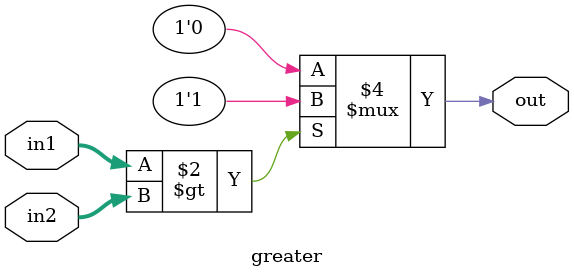
<source format=v>
module greater(
    input wire [7:0] in1,
    input wire [7:0] in2,
    output reg out);

    always @* begin
        if (in1 > in2) begin
            out = 1'b1;
        end else begin
            out = 1'b0;
        end
    end

endmodule

</source>
